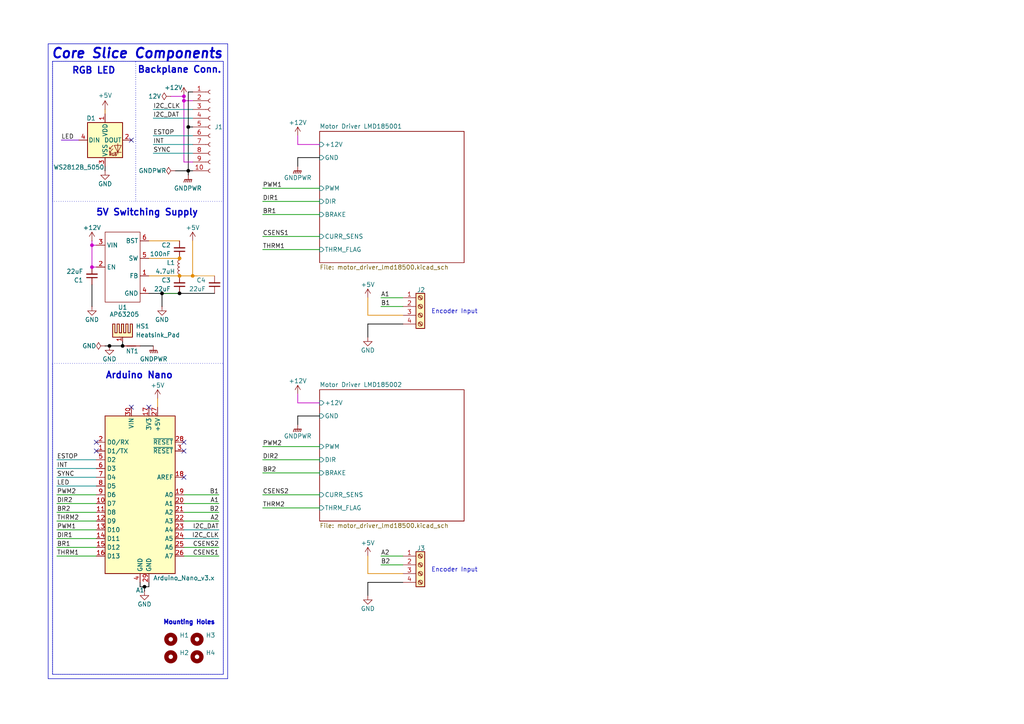
<source format=kicad_sch>
(kicad_sch (version 20250114) (generator "eeschema") (generator_version "9.0")
  (paper "A4")
  (lib_symbols
    (symbol "+12V_1" (power) (pin_numbers (hide yes)) (pin_names (offset 0) (hide yes))
      (property "Value" "+12V" (at 0 3.556 0))
      (symbol "+12V_1_0_1"
        (polyline (pts (xy -0.762 1.27) (xy 0 2.54)))
        (polyline (pts (xy 0 2.54) (xy 0.762 1.27)))
        (polyline (pts (xy 0 0) (xy 0 2.54)))
      )
      (symbol "+12V_1_1_1"
        (pin power_in line (at 0 0 90) (length 0) (name "~") (number "1"))
      )
    )
    (symbol "+12V_2" (power) (pin_numbers (hide yes)) (pin_names (offset 0) (hide yes))
      (property "Value" "+12V" (at 0 3.556 0))
      (symbol "+12V_2_0_1"
        (polyline (pts (xy -0.762 1.27) (xy 0 2.54)))
        (polyline (pts (xy 0 2.54) (xy 0.762 1.27)))
        (polyline (pts (xy 0 0) (xy 0 2.54)))
      )
      (symbol "+12V_2_1_1"
        (pin power_in line (at 0 0 90) (length 0) (name "~") (number "1"))
      )
    )
    (symbol "Connector:Conn_01x10_Socket" (pin_names (offset 1.016) (hide yes))
      (property "Reference" "J" (at 0 12.7 0))
      (property "Value" "Conn_01x10_Socket" (at 0 -15.24 0))
      (symbol "Conn_01x10_Socket_1_1"
        (polyline (pts (xy -1.27 10.16) (xy -0.508 10.16)) (stroke (width 0.1524)))
        (polyline (pts (xy -1.27 7.62) (xy -0.508 7.62)) (stroke (width 0.1524)))
        (polyline (pts (xy -1.27 5.08) (xy -0.508 5.08)) (stroke (width 0.1524)))
        (polyline (pts (xy -1.27 2.54) (xy -0.508 2.54)) (stroke (width 0.1524)))
        (polyline (pts (xy -1.27 0) (xy -0.508 0)) (stroke (width 0.1524)))
        (polyline (pts (xy -1.27 -2.54) (xy -0.508 -2.54)) (stroke (width 0.1524)))
        (polyline (pts (xy -1.27 -5.08) (xy -0.508 -5.08)) (stroke (width 0.1524)))
        (polyline (pts (xy -1.27 -7.62) (xy -0.508 -7.62)) (stroke (width 0.1524)))
        (polyline (pts (xy -1.27 -10.16) (xy -0.508 -10.16)) (stroke (width 0.1524)))
        (polyline (pts (xy -1.27 -12.7) (xy -0.508 -12.7)) (stroke (width 0.1524)))
        (arc (start 0 9.652) (mid -0.5058 10.16) (end 0 10.668) (stroke (width 0.1524)))
        (arc (start 0 7.112) (mid -0.5058 7.62) (end 0 8.128) (stroke (width 0.1524)))
        (arc (start 0 4.572) (mid -0.5058 5.08) (end 0 5.588) (stroke (width 0.1524)))
        (arc (start 0 2.032) (mid -0.5058 2.54) (end 0 3.048) (stroke (width 0.1524)))
        (arc (start 0 -0.508) (mid -0.5058 0) (end 0 0.508) (stroke (width 0.1524)))
        (arc (start 0 -3.048) (mid -0.5058 -2.54) (end 0 -2.032) (stroke (width 0.1524)))
        (arc (start 0 -5.588) (mid -0.5058 -5.08) (end 0 -4.572) (stroke (width 0.1524)))
        (arc (start 0 -8.128) (mid -0.5058 -7.62) (end 0 -7.112) (stroke (width 0.1524)))
        (arc (start 0 -10.668) (mid -0.5058 -10.16) (end 0 -9.652) (stroke (width 0.1524)))
        (arc (start 0 -13.208) (mid -0.5058 -12.7) (end 0 -12.192) (stroke (width 0.1524)))
        (pin passive line (at -5.08 10.16 0) (length 3.81) (name "Pin_1") (number "1"))
        (pin passive line (at -5.08 7.62 0) (length 3.81) (name "Pin_2") (number "2"))
        (pin passive line (at -5.08 5.08 0) (length 3.81) (name "Pin_3") (number "3"))
        (pin passive line (at -5.08 2.54 0) (length 3.81) (name "Pin_4") (number "4"))
        (pin passive line (at -5.08 0 0) (length 3.81) (name "Pin_5") (number "5"))
        (pin passive line (at -5.08 -2.54 0) (length 3.81) (name "Pin_6") (number "6"))
        (pin passive line (at -5.08 -5.08 0) (length 3.81) (name "Pin_7") (number "7"))
        (pin passive line (at -5.08 -7.62 0) (length 3.81) (name "Pin_8") (number "8"))
        (pin passive line (at -5.08 -10.16 0) (length 3.81) (name "Pin_9") (number "9"))
        (pin passive line (at -5.08 -12.7 0) (length 3.81) (name "Pin_10") (number "10"))
      )
    )
    (symbol "Connector:Screw_Terminal_01x04" (pin_names (offset 1.016) (hide yes))
      (property "Reference" "J" (at 0 5.08 0))
      (property "Value" "Screw_Terminal_01x04" (at 0 -7.62 0))
      (symbol "Screw_Terminal_01x04_1_1"
        (rectangle (start -1.27 3.81) (end 1.27 -6.35) (stroke (width 0.254)) (fill (type background)))
        (polyline (pts (xy -0.5334 2.8702) (xy 0.3302 2.032)) (stroke (width 0.1524)))
        (polyline (pts (xy -0.5334 0.3302) (xy 0.3302 -0.508)) (stroke (width 0.1524)))
        (polyline (pts (xy -0.5334 -2.2098) (xy 0.3302 -3.048)) (stroke (width 0.1524)))
        (polyline (pts (xy -0.5334 -4.7498) (xy 0.3302 -5.588)) (stroke (width 0.1524)))
        (polyline (pts (xy -0.3556 3.048) (xy 0.508 2.2098)) (stroke (width 0.1524)))
        (polyline (pts (xy -0.3556 0.508) (xy 0.508 -0.3302)) (stroke (width 0.1524)))
        (polyline (pts (xy -0.3556 -2.032) (xy 0.508 -2.8702)) (stroke (width 0.1524)))
        (polyline (pts (xy -0.3556 -4.572) (xy 0.508 -5.4102)) (stroke (width 0.1524)))
        (circle (center 0 2.54) (radius 0.635) (stroke (width 0.1524)))
        (circle (center 0 0) (radius 0.635) (stroke (width 0.1524)))
        (circle (center 0 -2.54) (radius 0.635) (stroke (width 0.1524)))
        (circle (center 0 -5.08) (radius 0.635) (stroke (width 0.1524)))
        (pin passive line (at -5.08 2.54 0) (length 3.81) (name "Pin_1") (number "1"))
        (pin passive line (at -5.08 0 0) (length 3.81) (name "Pin_2") (number "2"))
        (pin passive line (at -5.08 -2.54 0) (length 3.81) (name "Pin_3") (number "3"))
        (pin passive line (at -5.08 -5.08 0) (length 3.81) (name "Pin_4") (number "4"))
      )
    )
    (symbol "Device:C_Small" (pin_numbers (hide yes)) (pin_names (offset 0.254) (hide yes))
      (property "Reference" "C" (at 0.254 1.778 0))
      (property "Value" "C_Small" (at 0.254 -2.032 0))
      (symbol "C_Small_0_1"
        (polyline (pts (xy -1.524 0.508) (xy 1.524 0.508)) (stroke (width 0.3048)))
        (polyline (pts (xy -1.524 -0.508) (xy 1.524 -0.508)) (stroke (width 0.3302)))
      )
      (symbol "C_Small_1_1"
        (pin passive line (at 0 2.54 270) (length 2.032) (name "~") (number "1"))
        (pin passive line (at 0 -2.54 90) (length 2.032) (name "~") (number "2"))
      )
    )
    (symbol "Device:L_Small" (pin_numbers (hide yes)) (pin_names (offset 0.254) (hide yes))
      (property "Reference" "L" (at 0.762 1.016 0))
      (property "Value" "L_Small" (at 0.762 -1.016 0))
      (symbol "L_Small_0_1"
        (arc (start 0 2.032) (mid 0.5058 1.524) (end 0 1.016))
        (arc (start 0 1.016) (mid 0.5058 0.508) (end 0 0))
        (arc (start 0 0) (mid 0.5058 -0.508) (end 0 -1.016))
        (arc (start 0 -1.016) (mid 0.5058 -1.524) (end 0 -2.032))
      )
      (symbol "L_Small_1_1"
        (pin passive line (at 0 2.54 270) (length 0.508) (name "~") (number "1"))
        (pin passive line (at 0 -2.54 90) (length 0.508) (name "~") (number "2"))
      )
    )
    (symbol "Device:NetTie_2" (pin_numbers (hide yes)) (pin_names (offset 0) (hide yes)) (in_bom no)
      (property "Reference" "NT" (at 0 1.27 0))
      (property "Value" "NetTie_2" (at 0 -1.27 0))
      (symbol "NetTie_2_0_1"
        (polyline (pts (xy -1.27 0) (xy 1.27 0)) (stroke (width 0.254)))
      )
      (symbol "NetTie_2_1_1"
        (pin passive line (at -2.54 0 0) (length 2.54) (name "1") (number "1"))
        (pin passive line (at 2.54 0 180) (length 2.54) (name "2") (number "2"))
      )
    )
    (symbol "MCU_Module:Arduino_Nano_v3.x"
      (property "Reference" "A" (at -10.16 23.495 0))
      (property "Value" "Arduino_Nano_v3.x" (at 5.08 -24.13 0))
      (symbol "Arduino_Nano_v3.x_0_1"
        (rectangle (start -10.16 22.86) (end 10.16 -22.86) (stroke (width 0.254)) (fill (type background)))
      )
      (symbol "Arduino_Nano_v3.x_1_1"
        (pin bidirectional line (at -12.7 15.24 0) (length 2.54) (name "D0/RX") (number "2"))
        (pin bidirectional line (at -12.7 12.7 0) (length 2.54) (name "D1/TX") (number "1"))
        (pin bidirectional line (at -12.7 10.16 0) (length 2.54) (name "D2") (number "5"))
        (pin bidirectional line (at -12.7 7.62 0) (length 2.54) (name "D3") (number "6"))
        (pin bidirectional line (at -12.7 5.08 0) (length 2.54) (name "D4") (number "7"))
        (pin bidirectional line (at -12.7 2.54 0) (length 2.54) (name "D5") (number "8"))
        (pin bidirectional line (at -12.7 0 0) (length 2.54) (name "D6") (number "9"))
        (pin bidirectional line (at -12.7 -2.54 0) (length 2.54) (name "D7") (number "10"))
        (pin bidirectional line (at -12.7 -5.08 0) (length 2.54) (name "D8") (number "11"))
        (pin bidirectional line (at -12.7 -7.62 0) (length 2.54) (name "D9") (number "12"))
        (pin bidirectional line (at -12.7 -10.16 0) (length 2.54) (name "D10") (number "13"))
        (pin bidirectional line (at -12.7 -12.7 0) (length 2.54) (name "D11") (number "14"))
        (pin bidirectional line (at -12.7 -15.24 0) (length 2.54) (name "D12") (number "15"))
        (pin bidirectional line (at -12.7 -17.78 0) (length 2.54) (name "D13") (number "16"))
        (pin power_in line (at -2.54 25.4 270) (length 2.54) (name "VIN") (number "30"))
        (pin power_in line (at 0 -25.4 90) (length 2.54) (name "GND") (number "4"))
        (pin power_out line (at 2.54 25.4 270) (length 2.54) (name "3V3") (number "17"))
        (pin power_in line (at 2.54 -25.4 90) (length 2.54) (name "GND") (number "29"))
        (pin power_out line (at 5.08 25.4 270) (length 2.54) (name "+5V") (number "27"))
        (pin input line (at 12.7 15.24 180) (length 2.54) (name "~{RESET}") (number "28"))
        (pin input line (at 12.7 12.7 180) (length 2.54) (name "~{RESET}") (number "3"))
        (pin input line (at 12.7 5.08 180) (length 2.54) (name "AREF") (number "18"))
        (pin bidirectional line (at 12.7 0 180) (length 2.54) (name "A0") (number "19"))
        (pin bidirectional line (at 12.7 -2.54 180) (length 2.54) (name "A1") (number "20"))
        (pin bidirectional line (at 12.7 -5.08 180) (length 2.54) (name "A2") (number "21"))
        (pin bidirectional line (at 12.7 -7.62 180) (length 2.54) (name "A3") (number "22"))
        (pin bidirectional line (at 12.7 -10.16 180) (length 2.54) (name "A4") (number "23"))
        (pin bidirectional line (at 12.7 -12.7 180) (length 2.54) (name "A5") (number "24"))
        (pin bidirectional line (at 12.7 -15.24 180) (length 2.54) (name "A6") (number "25"))
        (pin bidirectional line (at 12.7 -17.78 180) (length 2.54) (name "A7") (number "26"))
      )
    )
    (symbol "Mechanical:Heatsink_Pad" (pin_names (offset 0))
      (property "Reference" "HS" (at 0 5.715 0))
      (property "Value" "Heatsink_Pad" (at 0 3.81 0))
      (symbol "Heatsink_Pad_0_1"
        (polyline (pts (xy -0.3302 0) (xy -0.9652 0) (xy -0.9652 2.54) (xy -1.6002 2.54) (xy -1.6002 0) (xy -2.2352 0) (xy -2.2352 2.54) (xy -2.8702 2.54) (xy -2.8702 -1.27) (xy -0.9652 -1.27)) (stroke (width 0.254)) (fill (type background)))
        (polyline (pts (xy -0.3302 0) (xy -0.3302 2.54) (xy 0.3048 2.54) (xy 0.3048 0) (xy 0.9398 0) (xy 0.9398 2.54) (xy 1.5748 2.54) (xy 1.5748 0) (xy 2.2098 0) (xy 2.2098 2.54) (xy 2.8448 2.54) (xy 2.8448 -1.27) (xy -0.9652 -1.27)) (stroke (width 0.254)) (fill (type background)))
      )
      (symbol "Heatsink_Pad_1_1"
        (pin passive line (at 0 -2.54 90) (length 1.27) (name "~") (number "1"))
      )
    )
    (symbol "Mechanical:MountingHole" (pin_names (offset 1.016))
      (property "Reference" "H" (at 0 5.08 0))
      (property "Value" "MountingHole" (at 0 3.175 0))
      (symbol "MountingHole_0_1"
        (circle (center 0 0) (radius 1.27) (stroke (width 1.27)))
      )
    )
    (symbol "WS2812B_5050_1" (pin_names (offset 0.254))
      (property "Reference" "D" (at 5.08 5.715 0))
      (property "Value" "WS2812B_5050" (at 1.27 -5.715 0))
      (symbol "WS2812B_5050_1_0_0"
        (text "RGB" (at 2.286 -4.191 0) (effects (font (size 0.762 0.762))))
      )
      (symbol "WS2812B_5050_1_0_1"
        (polyline (pts (xy 1.27 -2.54) (xy 1.778 -2.54)))
        (polyline (pts (xy 1.27 -3.556) (xy 1.778 -3.556)))
        (polyline (pts (xy 2.286 -1.524) (xy 1.27 -2.54) (xy 1.27 -2.032)))
        (polyline (pts (xy 2.286 -2.54) (xy 1.27 -3.556) (xy 1.27 -3.048)))
        (polyline (pts (xy 3.683 -1.016) (xy 3.683 -3.556) (xy 3.683 -4.064)))
        (polyline (pts (xy 4.699 -1.524) (xy 2.667 -1.524) (xy 3.683 -3.556) (xy 4.699 -1.524)))
        (polyline (pts (xy 4.699 -3.556) (xy 2.667 -3.556)))
        (rectangle (start 5.08 5.08) (end -5.08 -5.08) (stroke (width 0.254)) (fill (type background)))
      )
      (symbol "WS2812B_5050_1_1_1"
        (pin input line (at -7.62 0 0) (length 2.54) (name "DIN") (number "4"))
        (pin power_in line (at 0 7.62 270) (length 2.54) (name "VDD") (number "1"))
        (pin power_in line (at 0 -7.62 90) (length 2.54) (name "VSS") (number "3"))
        (pin output line (at 7.62 0 180) (length 2.54) (name "DOUT") (number "2"))
      )
    )
    (symbol "kml-custom:AP63205WU-7"
      (property "Reference" "U1" (at 0 -14.986 0))
      (property "Value" "AP63205WU-7" (at 0 -17.018 0))
      (symbol "AP63205WU-7_0_1"
        (rectangle (start -5.08 6.35) (end 5.08 -13.97))
      )
      (symbol "AP63205WU-7_1_1"
        (pin input line (at -7.62 2.54 0) (length 2.54) (name "VIN") (number "3"))
        (pin input line (at -7.62 -3.81 0) (length 2.54) (name "EN") (number "2"))
        (pin input line (at 7.62 3.81 180) (length 2.54) (name "BST") (number "6"))
        (pin input line (at 7.62 -1.27 180) (length 2.54) (name "SW") (number "5"))
        (pin input line (at 7.62 -6.35 180) (length 2.54) (name "FB") (number "1"))
        (pin input line (at 7.62 -11.43 180) (length 2.54) (name "GND") (number "4"))
      )
    )
    (symbol "power:+5V" (power) (pin_numbers (hide yes)) (pin_names (offset 0) (hide yes))
      (property "Value" "+5V" (at 0 3.556 0))
      (symbol "+5V_0_1"
        (polyline (pts (xy -0.762 1.27) (xy 0 2.54)))
        (polyline (pts (xy 0 2.54) (xy 0.762 1.27)))
        (polyline (pts (xy 0 0) (xy 0 2.54)))
      )
      (symbol "+5V_1_1"
        (pin power_in line (at 0 0 90) (length 0) (name "~") (number "1"))
      )
    )
    (symbol "power:GND" (power) (pin_numbers (hide yes)) (pin_names (offset 0) (hide yes))
      (property "Value" "GND" (at 0 -3.81 0))
      (symbol "GND_0_1"
        (polyline (pts (xy 0 0) (xy 0 -1.27) (xy 1.27 -1.27) (xy 0 -2.54) (xy -1.27 -1.27) (xy 0 -1.27)))
      )
      (symbol "GND_1_1"
        (pin power_in line (at 0 0 270) (length 0) (name "~") (number "1"))
      )
    )
    (symbol "power:GNDPWR" (power) (pin_numbers (hide yes)) (pin_names (offset 0) (hide yes))
      (property "Value" "GNDPWR" (at 0 -3.302 0))
      (symbol "GNDPWR_0_1"
        (polyline (pts (xy -1.016 -1.27) (xy -1.27 -2.032) (xy -1.27 -2.032)) (stroke (width 0.2032)))
        (polyline (pts (xy -0.508 -1.27) (xy -0.762 -2.032) (xy -0.762 -2.032)) (stroke (width 0.2032)))
        (polyline (pts (xy 0 -1.27) (xy 0 0)))
        (polyline (pts (xy 0 -1.27) (xy -0.254 -2.032) (xy -0.254 -2.032)) (stroke (width 0.2032)))
        (polyline (pts (xy 0.508 -1.27) (xy 0.254 -2.032) (xy 0.254 -2.032)) (stroke (width 0.2032)))
        (polyline (pts (xy 1.016 -1.27) (xy -1.016 -1.27) (xy -1.016 -1.27)) (stroke (width 0.2032)))
        (polyline (pts (xy 1.016 -1.27) (xy 0.762 -2.032) (xy 0.762 -2.032) (xy 0.762 -2.032)) (stroke (width 0.2032)))
      )
      (symbol "GNDPWR_1_1"
        (pin power_in line (at 0 0 270) (length 0) (name "~") (number "1"))
      )
    )
    (symbol "power:PWR_FLAG" (power) (pin_numbers (hide yes)) (pin_names (offset 0) (hide yes))
      (property "Value" "PWR_FLAG" (at 0 3.81 0))
      (symbol "PWR_FLAG_0_0"
        (pin power_out line (at 0 0 90) (length 0) (name "~") (number "1"))
      )
      (symbol "PWR_FLAG_0_1"
        (polyline (pts (xy 0 0) (xy 0 1.27) (xy -1.016 1.905) (xy 0 2.54) (xy 1.016 1.905) (xy 0 1.27)))
      )
    )
  )
  (rectangle (start 15.24 105.41) (end 64.77 195.58) (stroke (width 0) (type dot)))
  (rectangle (start 15.24 17.78) (end 39.37 58.42) (stroke (width 0) (type dot)))
  (rectangle (start 39.37 17.78) (end 64.77 58.42) (stroke (width 0) (type dot)))
  (text "5V Switching Supply" (at 42.672 61.722 0) (effects (font (size 1.905 1.905) (thickness 0.381) (bold yes))))
  (text "Pinout Details Arduino Nano:\n--------------------------------------------------------------------------------------------------------------------\nPin			| Function											| Limitations/Notes\n--------------------------------------------------------------------------------------------------------------------\nVIN			| External Supply Input								| External power source 7-12V\nGND			| Ground											| First GND pin available for circuit grounding\nRST			| Reset Input										| Active LOW\n5V			| Regulated 5V Output								| Regulated +5V power rail; supplying +5V power here bypasses the regulator (risky/advanced)\nA7-A6		| Analog Inputs (Input Only)						| 10-bit ADC; A6 & A7 are analog-only (cannot be used as digital I/O)\nA5-A4		| Analog Inputs, I2C (SDA, SCL)						| Dual-function: analog input and I2C communication; use dedicated I2C devices\nA3-A0		| Analog Inputs, Digital I/O						| 10-bit ADC resolution; can function as digital I/O when required\nAREF		| Analog Reference Voltage Input					| For using an external analog reference add a decoupling capacitor, else leave unconnected\n3.3V		| Regulated 3.3V Output								| Limited current (~50 mA max); supplying +3V3 power here bypasses the regulator (risky/advanced)\nD13			| Digital I/O, SPI SCK, Onboard LED					| SPI clock signal; onboard LED connected to D13\nD12			| Digital I/O, SPI MISO								| GPIO; SPI MISO\nD11			| Digital I/O, SPI MOSI, PWM						| GPIO; PWM available; SPI MOSI\nD10			| Digital I/O, PWM, SPI SS							| GPIO; PWM available; SPI Slave Select in master mode\nD9			| Digital I/O, PWM									| GPIO; PWM output available\nD8			| Digital I/O										| GPIO\nD7			| Digital I/O										| GPIO; AIN[1](-) of internal analog comparator\nD6			| Digital I/O, PWM									| GPIO; PWM available; AIN[0](+) of internal analog comparator\nD5			| Digital I/O, PWM									| GPIO; PWM available\nD4			| Digital I/O										| GPIO\nD3			| Digital I/O, PWM, Dedicated Hardware Interrupt	| GPIO; PWM available; supports external interrupts\nD2			| Digital I/O, Dedicated Hardware Interrupt			| GPIO; supports external interrupts\nGND			| Ground											| Second GND pin available for circuit grounding\nRST			| Reset Input										| Active LOW\nD1			| Digital I/O, Serial TX							| Shared with USB-to-serial converter; in general do not use to avoid conflicts during programming\nD0			| Digital I/O, Serial RX							| Shared with USB-to-serial converter; in general do not use to avoid conflicts during programming\n--------------------------------------------------------------------------------------------------------------------\n" (at 2.794 306.07 0) (effects (font (size 1.651 1.651)) (justify left)))
  (text "RGB LED" (at 27.178 20.574 0) (effects (font (size 1.905 1.905) (thickness 0.381) (bold yes))))
  (text "Encoder Input" (at 131.826 90.424 0) (effects (font (size 1.27 1.27))))
  (text "Color Scheme Legend:\n----------------------------------------------------------\ncolor		-	value		-	reference\n----------------------------------------------------------\n• Red		-	red3		-	Analog 5V Supply (e.g., for amps, ADC, references)\n• Brown		-	orange1		-	Analog Ground (sensor/amp/ADC ground)\n• Orange	-	orange3		-	Digital 5V Supply (MCU, digital circuits)\n• Black		-	black		-	Digital Ground (MCU ground)\n• Pink		-	magenta3	-	12V Source Supply (from 12V rail on backplane)\n• Blue		-	blue3		-	Clock Signals (oscillator, ADC CLKIN, SPI SCLK)\n• Green		-	green3		-	Analog Signals (amp outputs to ADC + inputs)\n• Yellow	-	yellow3		-	SPI Control (CS, SYNC/RESET, etc.)\n• Purple	-	#A020F0		-	Special/Reference/Control Signals\n• Grey		-	gray2		-	Miscellaneous/Unassigned\n• Teal		-	cyan2		-	Template/Backplane Connections\n----------------------------------------------------------" (at 2.54 236.982 0) (effects (font (size 1.905 1.905)) (justify left)))
  (text "Core Slice Components" (at 14.732 17.272 0) (effects (font (size 2.794 2.794) (thickness 0.5588) (bold yes) (italic yes)) (justify left bottom)))
  (text "Arduino Nano" (at 40.386 108.966 0) (effects (font (size 1.905 1.905) (thickness 0.381) (bold yes))))
  (text "Encoder Input" (at 131.826 165.354 0) (effects (font (size 1.27 1.27))))
  (text "Mounting Holes" (at 54.864 180.594 0) (effects (font (size 1.27 1.27) (thickness 0.3302) (bold yes))))
  (text "Backplane Conn." (at 52.07 20.32 0) (effects (font (size 1.905 1.905) (thickness 0.381) (bold yes))))
  (junction (at 53.34 27.94) (color 194 0 194 1))
  (junction (at 52.07 80.01) (color 221 133 0 1))
  (junction (at 52.07 85.09) (color 0 0 0 1))
  (junction (at 35.56 100.33) (color 0 0 0 1))
  (junction (at 54.61 49.53) (color 0 0 0 1))
  (junction (at 46.99 85.09) (color 0 0 0 1))
  (junction (at 55.88 80.01) (color 221 133 0 1))
  (junction (at 53.34 29.21) (color 194 0 194 1))
  (junction (at 41.91 170.18) (color 0 0 0 1))
  (junction (at 54.61 36.83) (color 0 0 0 1))
  (junction (at 52.07 74.93) (color 221 133 0 1))
  (junction (at 26.67 77.47) (color 194 0 194 1))
  (junction (at 26.67 71.12) (color 194 0 194 1))
  (junction (at 31.75 100.33) (color 0 0 0 1))
  (no_connect (at 53.34 128.27))
  (no_connect (at 53.34 138.43))
  (no_connect (at 27.94 130.81))
  (no_connect (at 27.94 128.27))
  (no_connect (at 38.1 118.11))
  (no_connect (at 43.18 118.11))
  (no_connect (at 53.34 130.81))
  (no_connect (at 38.1 40.64))
  (wire (pts (xy 35.56 100.33) (xy 31.75 100.33)) (stroke (width 0.2032) (color 0 0 0 1)))
  (polyline (pts (xy 66.04 196.85) (xy 66.04 12.7)))
  (wire (pts (xy 43.18 170.18) (xy 43.18 168.91)) (stroke (width 0.2032) (color 0 0 0 1)))
  (wire (pts (xy 86.36 123.19) (xy 86.36 120.65)) (stroke (width 0.2032) (color 0 0 0 1)))
  (polyline (pts (xy 66.04 12.7) (xy 13.97 12.7)))
  (wire (pts (xy 26.67 82.55) (xy 26.67 88.9)) (stroke (width 0.2032) (color 0 0 0 1)))
  (wire (pts (xy 49.53 27.94) (xy 53.34 27.94)) (stroke (width 0.2032) (color 194 0 194 1)))
  (wire (pts (xy 41.91 170.18) (xy 43.18 170.18)) (stroke (width 0.2032) (color 0 0 0 1)))
  (wire (pts (xy 53.34 27.94) (xy 53.34 29.21)) (stroke (width 0.2032) (color 194 0 194 1)))
  (wire (pts (xy 63.5 151.13) (xy 53.34 151.13)) (stroke (width 0.2032)))
  (wire (pts (xy 16.51 158.75) (xy 27.94 158.75)) (stroke (width 0.2032)))
  (wire (pts (xy 106.68 161.29) (xy 106.68 166.37)) (stroke (width 0.2032) (color 221 133 0 1)))
  (wire (pts (xy 26.67 77.47) (xy 26.67 71.12)) (stroke (width 0.2032) (color 194 0 194 1)))
  (wire (pts (xy 16.51 148.59) (xy 27.94 148.59)) (stroke (width 0.2032)))
  (wire (pts (xy 44.45 31.75) (xy 55.88 31.75)) (stroke (width 0.2032) (color 0 132 132 1)))
  (polyline (pts (xy 13.97 12.7) (xy 13.97 196.85)))
  (wire (pts (xy 53.34 29.21) (xy 55.88 29.21)) (stroke (width 0.2032) (color 194 0 194 1)))
  (wire (pts (xy 17.78 40.64) (xy 22.86 40.64)) (stroke (width 0.2032) (color 119 0 211 1)))
  (wire (pts (xy 63.5 161.29) (xy 53.34 161.29)) (stroke (width 0.2032)))
  (wire (pts (xy 16.51 143.51) (xy 27.94 143.51)) (stroke (width 0.2032)))
  (wire (pts (xy 110.49 88.9) (xy 116.84 88.9)) (stroke (width 0.2032)))
  (wire (pts (xy 43.18 69.85) (xy 52.07 69.85)) (stroke (width 0.2032) (color 221 133 0 1)))
  (wire (pts (xy 106.68 93.98) (xy 116.84 93.98)) (stroke (width 0.2032) (color 0 0 0 1)))
  (wire (pts (xy 92.71 120.65) (xy 86.36 120.65)) (stroke (width 0.2032) (color 0 0 0 1)))
  (polyline (pts (xy 13.97 196.85) (xy 66.04 196.85)))
  (wire (pts (xy 106.68 166.37) (xy 116.84 166.37)) (stroke (width 0.2032) (color 221 133 0 1)))
  (wire (pts (xy 76.2 54.61) (xy 92.71 54.61)) (stroke (width 0.2032)))
  (wire (pts (xy 52.07 85.09) (xy 62.23 85.09)) (stroke (width 0.2032) (color 0 0 0 1)))
  (wire (pts (xy 44.45 34.29) (xy 55.88 34.29)) (stroke (width 0.2032) (color 0 132 132 1)))
  (wire (pts (xy 54.61 49.53) (xy 54.61 36.83)) (stroke (width 0.2032) (color 0 0 0 1)))
  (wire (pts (xy 55.88 39.37) (xy 44.45 39.37)) (stroke (width 0.2032) (color 0 132 132 1)))
  (wire (pts (xy 110.49 163.83) (xy 116.84 163.83)) (stroke (width 0.2032)))
  (polyline (pts (xy 64.77 17.78) (xy 15.24 17.78)))
  (wire (pts (xy 76.2 68.58) (xy 92.71 68.58)) (stroke (width 0.2032)))
  (wire (pts (xy 16.51 146.05) (xy 27.94 146.05)) (stroke (width 0.2032)))
  (wire (pts (xy 55.88 46.99) (xy 53.34 46.99)) (stroke (width 0.2032) (color 194 0 194 1)))
  (wire (pts (xy 44.45 44.45) (xy 55.88 44.45)) (stroke (width 0.2032) (color 0 132 132 1)))
  (wire (pts (xy 106.68 91.44) (xy 116.84 91.44)) (stroke (width 0.2032) (color 221 133 0 1)))
  (wire (pts (xy 63.5 143.51) (xy 53.34 143.51)) (stroke (width 0.2032)))
  (wire (pts (xy 16.51 161.29) (xy 27.94 161.29)) (stroke (width 0.2032)))
  (wire (pts (xy 110.49 161.29) (xy 116.84 161.29)) (stroke (width 0.2032)))
  (wire (pts (xy 16.51 156.21) (xy 27.94 156.21)) (stroke (width 0.2032)))
  (wire (pts (xy 55.88 80.01) (xy 57.15 80.01)) (stroke (width 0.2032) (color 221 133 0 1)))
  (wire (pts (xy 16.51 138.43) (xy 27.94 138.43)) (stroke (width 0.2032) (color 0 132 132 1)))
  (wire (pts (xy 86.36 39.37) (xy 86.36 41.91)) (stroke (width 0.2032) (color 194 0 194 1)))
  (wire (pts (xy 43.18 74.93) (xy 52.07 74.93)) (stroke (width 0.2032) (color 221 133 0 1)))
  (wire (pts (xy 44.45 41.91) (xy 55.88 41.91)) (stroke (width 0.2032) (color 0 132 132 1)))
  (wire (pts (xy 92.71 45.72) (xy 86.36 45.72)) (stroke (width 0.2032) (color 0 0 0 1)))
  (wire (pts (xy 52.07 80.01) (xy 55.88 80.01)) (stroke (width 0.2032) (color 221 133 0 1)))
  (wire (pts (xy 76.2 72.39) (xy 92.71 72.39)) (stroke (width 0.2032)))
  (wire (pts (xy 55.88 69.85) (xy 55.88 80.01)) (stroke (width 0.2032) (color 221 133 0 1)))
  (wire (pts (xy 45.72 115.57) (xy 45.72 118.11)) (stroke (width 0.2032) (color 221 133 0 1)))
  (wire (pts (xy 40.64 168.91) (xy 40.64 170.18)) (stroke (width 0.2032) (color 0 0 0 1)))
  (wire (pts (xy 43.18 85.09) (xy 46.99 85.09)) (stroke (width 0.2032) (color 0 0 0 1)))
  (wire (pts (xy 110.49 86.36) (xy 116.84 86.36)) (stroke (width 0.2032)))
  (wire (pts (xy 26.67 77.47) (xy 27.94 77.47)) (stroke (width 0.2032) (color 194 0 194 1)))
  (wire (pts (xy 106.68 168.91) (xy 116.84 168.91)) (stroke (width 0.2032) (color 0 0 0 1)))
  (wire (pts (xy 46.99 85.09) (xy 52.07 85.09)) (stroke (width 0.2032) (color 0 0 0 1)))
  (polyline (pts (xy 64.77 195.58) (xy 64.77 17.78)))
  (wire (pts (xy 106.68 172.72) (xy 106.68 168.91)) (stroke (width 0.2032) (color 0 0 0 1)))
  (wire (pts (xy 63.5 146.05) (xy 53.34 146.05)) (stroke (width 0.2032)))
  (wire (pts (xy 54.61 26.67) (xy 55.88 26.67)) (stroke (width 0.2032) (color 0 0 0 1)))
  (wire (pts (xy 16.51 133.35) (xy 27.94 133.35)) (stroke (width 0.2032) (color 0 132 132 1)))
  (wire (pts (xy 76.2 58.42) (xy 92.71 58.42)) (stroke (width 0.2032)))
  (wire (pts (xy 44.45 100.33) (xy 40.64 100.33)) (stroke (width 0.2032) (color 0 0 0 1)))
  (wire (pts (xy 16.51 151.13) (xy 27.94 151.13)) (stroke (width 0.2032)))
  (wire (pts (xy 76.2 133.35) (xy 92.71 133.35)) (stroke (width 0.2032)))
  (polyline (pts (xy 15.24 195.58) (xy 64.77 195.58)))
  (wire (pts (xy 55.88 36.83) (xy 54.61 36.83)) (stroke (width 0.2032) (color 0 0 0 1)))
  (wire (pts (xy 16.51 140.97) (xy 27.94 140.97)) (stroke (width 0.2032) (color 0 132 132 1)))
  (wire (pts (xy 40.64 170.18) (xy 41.91 170.18)) (stroke (width 0.2032) (color 0 0 0 1)))
  (wire (pts (xy 41.91 170.18) (xy 41.91 171.45)) (stroke (width 0.2032) (color 0 0 0 1)))
  (wire (pts (xy 76.2 147.32) (xy 92.71 147.32)) (stroke (width 0.2032)))
  (wire (pts (xy 30.48 31.75) (xy 30.48 33.02)) (stroke (width 0.2032) (color 204 102 0 1)))
  (wire (pts (xy 53.34 46.99) (xy 53.34 29.21)) (stroke (width 0.2032) (color 194 0 194 1)))
  (wire (pts (xy 86.36 114.3) (xy 86.36 116.84)) (stroke (width 0.2032) (color 194 0 194 1)))
  (wire (pts (xy 63.5 148.59) (xy 53.34 148.59)) (stroke (width 0.2032)))
  (wire (pts (xy 54.61 50.8) (xy 54.61 49.53)) (stroke (width 0.2032) (color 0 0 0 1)))
  (wire (pts (xy 76.2 143.51) (xy 92.71 143.51)) (stroke (width 0.2032)))
  (wire (pts (xy 50.8 49.53) (xy 54.61 49.53)) (stroke (width 0.2032) (color 0 0 0 1)))
  (wire (pts (xy 63.5 158.75) (xy 53.34 158.75)) (stroke (width 0.2032)))
  (wire (pts (xy 86.36 48.26) (xy 86.36 45.72)) (stroke (width 0.2032) (color 0 0 0 1)))
  (wire (pts (xy 16.51 135.89) (xy 27.94 135.89)) (stroke (width 0.2032) (color 0 132 132 1)))
  (wire (pts (xy 52.07 85.09) (xy 46.99 85.09)))
  (wire (pts (xy 53.34 156.21) (xy 63.5 156.21)) (stroke (width 0.2032) (color 0 132 132 1)))
  (wire (pts (xy 106.68 97.79) (xy 106.68 93.98)) (stroke (width 0.2032) (color 0 0 0 1)))
  (wire (pts (xy 35.56 99.06) (xy 35.56 100.33)) (stroke (width 0.2032) (color 0 0 0 1)))
  (wire (pts (xy 76.2 129.54) (xy 92.71 129.54)) (stroke (width 0.2032)))
  (wire (pts (xy 62.23 80.01) (xy 57.15 80.01)) (stroke (width 0) (color 221 133 0 1)))
  (wire (pts (xy 43.18 80.01) (xy 52.07 80.01)) (stroke (width 0.2032) (color 221 133 0 1)))
  (wire (pts (xy 54.61 36.83) (xy 54.61 26.67)) (stroke (width 0.2032) (color 0 0 0 1)))
  (wire (pts (xy 76.2 62.23) (xy 92.71 62.23)) (stroke (width 0.2032)))
  (wire (pts (xy 76.2 137.16) (xy 92.71 137.16)) (stroke (width 0.2032)))
  (wire (pts (xy 86.36 41.91) (xy 92.71 41.91)) (stroke (width 0.2032) (color 194 0 194 1)))
  (wire (pts (xy 63.5 153.67) (xy 53.34 153.67)) (stroke (width 0.2032) (color 0 132 132 1)))
  (wire (pts (xy 106.68 86.36) (xy 106.68 91.44)) (stroke (width 0.2032) (color 221 133 0 1)))
  (wire (pts (xy 16.51 153.67) (xy 27.94 153.67)) (stroke (width 0.2032)))
  (wire (pts (xy 55.88 49.53) (xy 54.61 49.53)) (stroke (width 0.2032) (color 0 0 0 1)))
  (wire (pts (xy 46.99 88.9) (xy 46.99 85.09)) (stroke (width 0.2032) (color 0 0 0 1)))
  (wire (pts (xy 31.75 100.33) (xy 30.48 100.33)) (stroke (width 0.2032) (color 0 0 0 1)))
  (wire (pts (xy 86.36 116.84) (xy 92.71 116.84)) (stroke (width 0.2032) (color 194 0 194 1)))
  (wire (pts (xy 26.67 71.12) (xy 27.94 71.12)) (stroke (width 0.2032) (color 194 0 194 1)))
  (wire (pts (xy 30.48 49.53) (xy 30.48 48.26)) (stroke (width 0.2032) (color 0 0 0 1)))
  (wire (pts (xy 26.67 69.85) (xy 26.67 71.12)) (stroke (width 0.2032) (color 194 0 194 1)))
  (polyline (pts (xy 15.24 17.78) (xy 15.24 195.58)))
  (label "LED" (at 17.78 40.64 0))
  (label "LED" (at 16.51 140.97 0))
  (label "CSENS1" (at 76.2 68.58 0))
  (label "B2" (at 63.5 148.59 180))
  (label "DIR1" (at 76.2 58.42 0))
  (label "I2C_CLK" (at 44.45 31.75 0))
  (label "I2C_DAT" (at 44.45 34.29 0))
  (label "ESTOP" (at 44.45 39.37 0))
  (label "A2" (at 63.5 151.13 180))
  (label "PWM2" (at 16.51 143.51 0))
  (label "THRM1" (at 16.51 161.29 0))
  (label "INT" (at 44.45 41.91 0))
  (label "ESTOP" (at 16.51 133.35 0))
  (label "A2" (at 110.49 161.29 0))
  (label "PWM2" (at 76.2 129.54 0))
  (label "CSENS1" (at 63.5 161.29 180))
  (label "A1" (at 110.49 86.36 0))
  (label "DIR2" (at 76.2 133.35 0))
  (label "B1" (at 63.5 143.51 180))
  (label "THRM1" (at 76.2 72.39 0))
  (label "SYNC" (at 16.51 138.43 0))
  (label "SYNC" (at 44.45 44.45 0))
  (label "THRM2" (at 76.2 147.32 0))
  (label "DIR2" (at 16.51 146.05 0))
  (label "CSENS2" (at 63.5 158.75 180))
  (label "B2" (at 110.49 163.83 0))
  (label "A1" (at 63.5 146.05 180))
  (label "B1" (at 110.49 88.9 0))
  (label "I2C_DAT" (at 63.5 153.67 180))
  (label "BR2" (at 16.51 148.59 0))
  (label "THRM2" (at 16.51 151.13 0))
  (label "BR2" (at 76.2 137.16 0))
  (label "PWM1" (at 16.51 153.67 0))
  (label "BR1" (at 76.2 62.23 0))
  (label "INT" (at 16.51 135.89 0))
  (label "I2C_CLK" (at 63.5 156.21 180))
  (label "BR1" (at 16.51 158.75 0))
  (label "CSENS2" (at 76.2 143.51 0))
  (label "PWM1" (at 76.2 54.61 0))
  (label "DIR1" (at 16.51 156.21 0))
  (symbol (lib_id "Mechanical:MountingHole") (at 49.53 185.42 0) (unit 1)
    (property "Reference" "H1" (at 52.07 184.2516 0) (effects (justify left)))
    (property "Value" "MountingHole" (effects (hide yes)))
    (property "Footprint" "MountingHole:MountingHole_5mm" (effects (hide yes)))
  )
  (symbol (lib_id "Mechanical:MountingHole") (at 49.53 190.5 0) (unit 1)
    (property "Reference" "H2" (at 52.07 189.3316 0) (effects (justify left)))
    (property "Value" "MountingHole" (effects (hide yes)))
    (property "Footprint" "MountingHole:MountingHole_5mm" (effects (hide yes)))
  )
  (symbol (lib_id "Mechanical:MountingHole") (at 57.15 185.42 0) (unit 1)
    (property "Reference" "H3" (at 59.69 184.2516 0) (effects (justify left)))
    (property "Value" "MountingHole" (effects (hide yes)))
    (property "Footprint" "MountingHole:MountingHole_5mm" (effects (hide yes)))
  )
  (symbol (lib_id "Mechanical:MountingHole") (at 57.15 190.5 0) (unit 1)
    (property "Reference" "H4" (at 59.69 189.3316 0) (effects (justify left)))
    (property "Value" "MountingHole" (effects (hide yes)))
    (property "Footprint" "MountingHole:MountingHole_5mm" (effects (hide yes)))
  )
  (symbol (lib_id "MCU_Module:Arduino_Nano_v3.x") (at 40.64 143.51 0) (unit 1)
    (property "Reference" "A1" (at 40.64 171.1706 0))
    (property "Value" "Arduino_Nano_v3.x" (at 53.34 167.64 0))
    (property "Footprint" "Module:Arduino_Nano" (effects (hide yes)))
    (property "Datasheet" "http://www.mouser.com/pdfdocs/Gravitech_Arduino_Nano3_0.pdf" (effects (hide yes)))
  )
  (symbol (lib_id "Connector:Screw_Terminal_01x04") (at 121.92 88.9 0) (unit 1)
    (property "Reference" "J2" (at 120.904 84.074 0) (effects (justify left)))
    (property "Value" "Screw_Terminal_01x04" (effects (hide yes)))
    (property "Footprint" "TerminalBlock_TE-Connectivity:TerminalBlock_TE_282834-4_1x04_P2.54mm_Horizontal" (effects (hide yes)))
    (property "Description" "Generic screw terminal, single row, 01x04, script generated (kicad-library-utils/schlib/autogen/connector/)" (effects (hide yes)))
  )
  (symbol (lib_id "power:PWR_FLAG") (at 50.8 49.53 90) (unit 1)
    (property "Reference" "#FLG03" (effects (hide yes)))
    (property "Value" "GNDPWR" (at 48.26 49.53 90) (effects (justify left)))
    (property "Description" "Special symbol for telling ERC where power comes from" (effects (hide yes)))
  )
  (symbol (lib_id "Device:C_Small") (at 52.07 72.39 0) (mirror x) (unit 1)
    (property "Reference" "C2" (at 49.53 71.1136 0) (effects (justify right)))
    (property "Value" "100nF" (at 49.53 73.6536 0) (effects (justify right)))
    (property "Footprint" "Capacitor_SMD:C_1206_3216Metric" (effects (hide yes)))
  )
  (symbol (lib_id "power:PWR_FLAG") (at 49.53 27.94 90) (unit 1)
    (property "Reference" "#FLG02" (effects (hide yes)))
    (property "Value" "12V" (at 46.736 27.94 90) (effects (justify left)))
    (property "Description" "Special symbol for telling ERC where power comes from" (effects (hide yes)))
  )
  (symbol (lib_id "Device:C_Small") (at 52.07 82.55 0) (mirror x) (unit 1)
    (property "Reference" "C3" (at 49.53 81.2736 0) (effects (justify right)))
    (property "Value" "22uF" (at 49.53 83.8136 0) (effects (justify right)))
    (property "Footprint" "Capacitor_SMD:C_1206_3216Metric" (effects (hide yes)))
  )
  (symbol (lib_id "power:GND") (at 41.91 171.45 0) (unit 1)
    (property "Reference" "#PWR06" (effects (hide yes)))
    (property "Value" "GND" (at 41.91 175.26 0))
    (property "Description" "Power symbol creates a global label with name \"GND\" , ground" (effects (hide yes)))
  )
  (symbol (lib_id "Connector:Conn_01x10_Socket") (at 60.96 36.83 0) (unit 1)
    (property "Reference" "J1" (at 62.23 36.8299 0) (effects (justify left)))
    (property "Value" "Conn_01x10_Socket" (effects (hide yes)))
    (property "Footprint" "Connector_PinSocket_2.54mm:PinSocket_1x10_P2.54mm_Horizontal" (effects (hide yes)))
    (property "Description" "Generic connector, single row, 01x10, script generated" (effects (hide yes)))
  )
  (symbol (lib_id "kml-custom:AP63205WU-7") (at 35.56 73.66 0) (unit 1)
    (property "Reference" "U1" (at 35.56 89.154 0))
    (property "Value" "AP63205" (at 36.068 91.186 0))
    (property "Footprint" "kml-custom:SOIC_05WU-7_DIO" (effects (hide yes)))
  )
  (symbol (lib_id "power:GND") (at 26.67 88.9 0) (unit 1)
    (property "Reference" "#PWR02" (effects (hide yes)))
    (property "Value" "GND" (at 26.67 92.71 0))
    (property "Description" "Power symbol creates a global label with name \"GND\" , ground" (effects (hide yes)))
  )
  (symbol (lib_id "power:+5V") (at 55.88 69.85 0) (unit 1)
    (property "Reference" "#PWR012" (effects (hide yes)))
    (property "Value" "+5V" (at 55.88 66.04 0))
    (property "Description" "Power symbol creates a global label with name \"+5V\"" (effects (hide yes)))
  )
  (symbol (lib_id "power:GND") (at 106.68 172.72 0) (unit 1)
    (property "Reference" "#PWR020" (effects (hide yes)))
    (property "Value" "GND" (at 106.68 176.53 0))
    (property "Description" "Power symbol creates a global label with name \"GND\" , ground" (effects (hide yes)))
  )
  (symbol (lib_id "power:GNDPWR") (at 44.45 100.33 0) (mirror y) (unit 1)
    (property "Reference" "#PWR07" (effects (hide yes)))
    (property "Value" "GNDPWR" (at 44.577 104.14 0))
    (property "Description" "Power symbol creates a global label with name \"GNDPWR\" , global ground" (effects (hide yes)))
  )
  (symbol (lib_name "WS2812B_5050_1") (lib_id "SparkFun-LED:WS2812B_5050") (at 30.48 40.64 0) (unit 1)
    (property "Reference" "D1" (at 26.416 34.29 0))
    (property "Value" "WS2812B_5050" (at 22.86 48.514 0))
    (property "Footprint" "SparkFun-LED:WS2812-5050-4PIN" (effects (hide yes)))
    (property "Datasheet" "https://cdn.sparkfun.com/datasheets/BreakoutBoards/WS2812B.pdf" (effects (hide yes)))
    (property "Description" "RGB LED with integrated controller" (effects (hide yes)))
    (property "PROD_ID" "DIO-12503" (effects (hide yes)))
  )
  (symbol (lib_id "power:GNDPWR") (at 86.36 48.26 0) (unit 1)
    (property "Reference" "#PWR014" (effects (hide yes)))
    (property "Value" "GNDPWR" (at 86.36 51.562 0))
    (property "Description" "Power symbol creates a global label with name \"GNDPWR\" , global ground" (effects (hide yes)))
  )
  (symbol (lib_name "+12V_2") (lib_id "power:+12V") (at 86.36 114.3 0) (unit 1)
    (property "Reference" "#PWR015" (effects (hide yes)))
    (property "Value" "+12V" (at 86.36 110.49 0))
    (property "Description" "Power symbol creates a global label with name \"+12V\"" (effects (hide yes)))
  )
  (symbol (lib_id "power:+5V") (at 45.72 115.57 0) (unit 1)
    (property "Reference" "#PWR08" (effects (hide yes)))
    (property "Value" "+5V" (at 45.72 111.76 0))
    (property "Description" "Power symbol creates a global label with name \"+5V\"" (effects (hide yes)))
  )
  (symbol (lib_id "power:GND") (at 106.68 97.79 0) (unit 1)
    (property "Reference" "#PWR018" (effects (hide yes)))
    (property "Value" "GND" (at 106.68 101.6 0))
    (property "Description" "Power symbol creates a global label with name \"GND\" , ground" (effects (hide yes)))
  )
  (symbol (lib_id "power:GND") (at 30.48 49.53 0) (unit 1)
    (property "Reference" "#PWR04" (effects (hide yes)))
    (property "Value" "GND" (at 30.48 53.34 0))
    (property "Description" "Power symbol creates a global label with name \"GND\" , ground" (effects (hide yes)))
  )
  (symbol (lib_name "+12V_1") (lib_id "power:+12V") (at 53.34 27.94 0) (unit 1)
    (property "Reference" "#PWR010" (effects (hide yes)))
    (property "Value" "+12V" (at 50.292 25.4 0))
    (property "Description" "Power symbol creates a global label with name \"+12V\"" (effects (hide yes)))
  )
  (symbol (lib_id "power:+5V") (at 106.68 86.36 0) (unit 1)
    (property "Reference" "#PWR017" (effects (hide yes)))
    (property "Value" "+5V" (at 106.68 82.55 0))
    (property "Description" "Power symbol creates a global label with name \"+5V\"" (effects (hide yes)))
  )
  (symbol (lib_name "+12V_2") (lib_id "power:+12V") (at 26.67 69.85 0) (unit 1)
    (property "Reference" "#PWR01" (effects (hide yes)))
    (property "Value" "+12V" (at 26.67 66.04 0))
    (property "Description" "Power symbol creates a global label with name \"+12V\"" (effects (hide yes)))
  )
  (symbol (lib_id "Mechanical:Heatsink_Pad") (at 35.56 96.52 0) (unit 1)
    (property "Reference" "HS1" (at 39.37 94.6149 0) (effects (justify left)))
    (property "Value" "Heatsink_Pad" (at 39.37 97.1549 0) (effects (justify left)))
    (property "Footprint" "kml-custom:Thermal Pad" (effects (hide yes)))
    (property "Description" "Heatsink with electrical connection, 1 pin" (effects (hide yes)))
  )
  (symbol (lib_id "power:+5V") (at 106.68 161.29 0) (unit 1)
    (property "Reference" "#PWR019" (effects (hide yes)))
    (property "Value" "+5V" (at 106.68 157.48 0))
    (property "Description" "Power symbol creates a global label with name \"+5V\"" (effects (hide yes)))
  )
  (symbol (lib_id "power:GNDPWR") (at 54.61 50.8 0) (unit 1)
    (property "Reference" "#PWR011" (effects (hide yes)))
    (property "Value" "GNDPWR" (at 54.483 54.61 0))
    (property "Description" "Power symbol creates a global label with name \"GNDPWR\" , global ground" (effects (hide yes)))
  )
  (symbol (lib_id "Device:L_Small") (at 52.07 77.47 0) (mirror y) (unit 1)
    (property "Reference" "L1" (at 50.8 76.2 0) (effects (justify left)))
    (property "Value" "4.7uH" (at 50.8 78.74 0) (effects (justify left)))
    (property "Footprint" "Inductor_SMD:L_1210_3225Metric" (effects (hide yes)))
  )
  (symbol (lib_id "power:GND") (at 46.99 88.9 0) (unit 1)
    (property "Reference" "#PWR09" (effects (hide yes)))
    (property "Value" "GND" (at 46.99 92.71 0))
    (property "Description" "Power symbol creates a global label with name \"GND\" , ground" (effects (hide yes)))
  )
  (symbol (lib_name "+12V_2") (lib_id "power:+12V") (at 86.36 39.37 0) (unit 1)
    (property "Reference" "#PWR013" (effects (hide yes)))
    (property "Value" "+12V" (at 86.36 35.56 0))
    (property "Description" "Power symbol creates a global label with name \"+12V\"" (effects (hide yes)))
  )
  (symbol (lib_id "Device:C_Small") (at 62.23 82.55 0) (mirror x) (unit 1)
    (property "Reference" "C4" (at 59.69 81.2736 0) (effects (justify right)))
    (property "Value" "22uF" (at 59.69 83.8136 0) (effects (justify right)))
    (property "Footprint" "Capacitor_SMD:C_1206_3216Metric" (effects (hide yes)))
  )
  (symbol (lib_id "power:+5V") (at 30.48 31.75 0) (unit 1)
    (property "Reference" "#PWR03" (effects (hide yes)))
    (property "Value" "+5V" (at 30.48 27.686 0))
    (property "Description" "Power symbol creates a global label with name \"+5V\"" (effects (hide yes)))
  )
  (symbol (lib_id "power:PWR_FLAG") (at 30.48 100.33 90) (mirror x) (unit 1)
    (property "Reference" "#FLG01" (effects (hide yes)))
    (property "Value" "GND" (at 27.94 100.33 90) (effects (justify left)))
    (property "Description" "Special symbol for telling ERC where power comes from" (effects (hide yes)))
  )
  (symbol (lib_id "power:GNDPWR") (at 86.36 123.19 0) (unit 1)
    (property "Reference" "#PWR016" (effects (hide yes)))
    (property "Value" "GNDPWR" (at 86.36 126.492 0))
    (property "Description" "Power symbol creates a global label with name \"GNDPWR\" , global ground" (effects (hide yes)))
  )
  (symbol (lib_id "Device:C_Small") (at 26.67 80.01 180) (unit 1)
    (property "Reference" "C1" (at 24.13 81.2737 0) (effects (justify left)))
    (property "Value" "22uF" (at 24.13 78.7337 0) (effects (justify left)))
    (property "Footprint" "Capacitor_SMD:C_1206_3216Metric" (effects (hide yes)))
  )
  (symbol (lib_id "Connector:Screw_Terminal_01x04") (at 121.92 163.83 0) (unit 1)
    (property "Reference" "J3" (at 120.904 159.004 0) (effects (justify left)))
    (property "Value" "Screw_Terminal_01x04" (effects (hide yes)))
    (property "Footprint" "TerminalBlock_TE-Connectivity:TerminalBlock_TE_282834-4_1x04_P2.54mm_Horizontal" (effects (hide yes)))
    (property "Description" "Generic screw terminal, single row, 01x04, script generated (kicad-library-utils/schlib/autogen/connector/)" (effects (hide yes)))
  )
  (symbol (lib_id "power:GND") (at 31.75 100.33 0) (mirror y) (unit 1)
    (property "Reference" "#PWR05" (effects (hide yes)))
    (property "Value" "GND" (at 31.75 104.14 0))
    (property "Description" "Power symbol creates a global label with name \"GND\" , ground" (effects (hide yes)))
  )
  (symbol (lib_id "Device:NetTie_2") (at 38.1 100.33 0) (unit 1) (in_bom no)
    (property "Reference" "NT1" (at 38.354 101.854 0))
    (property "Value" "NetTie_2" (effects (hide yes)))
    (property "Footprint" "NetTie:NetTie-2_SMD_Pad2.0mm" (effects (hide yes)))
    (property "Description" "Net tie, 2 pins" (effects (hide yes)))
  )
  (sheet (at 92.71 113.03) (size 41.91 38.1) (stroke (width 0.1524))
    (property "Sheetname" "Motor Driver LMD185002" (at 92.71 112.3184 0) (effects (justify left bottom)))
    (property "Sheetfile" "motor_driver_lmd18500.kicad_sch" (at 92.71 151.7146 0) (effects (justify left top)))
    (pin "+12V" input (at 92.71 116.84 180))
    (pin "BRAKE" input (at 92.71 137.16 180))
    (pin "CURR_SENS" input (at 92.71 143.51 180))
    (pin "DIR" input (at 92.71 133.35 180))
    (pin "GND" input (at 92.71 120.65 180))
    (pin "PWM" input (at 92.71 129.54 180))
    (pin "THRM_FLAG" input (at 92.71 147.32 180))
  )
  (sheet (at 92.71 38.1) (size 41.91 38.1) (stroke (width 0.1524))
    (property "Sheetname" "Motor Driver LMD185001" (at 92.71 37.3884 0) (effects (justify left bottom)))
    (property "Sheetfile" "motor_driver_lmd18500.kicad_sch" (at 92.71 76.7846 0) (effects (justify left top)))
    (pin "+12V" input (at 92.71 41.91 180))
    (pin "BRAKE" input (at 92.71 62.23 180))
    (pin "CURR_SENS" input (at 92.71 68.58 180))
    (pin "DIR" input (at 92.71 58.42 180))
    (pin "GND" input (at 92.71 45.72 180))
    (pin "PWM" input (at 92.71 54.61 180))
    (pin "THRM_FLAG" input (at 92.71 72.39 180))
  )
)
</source>
